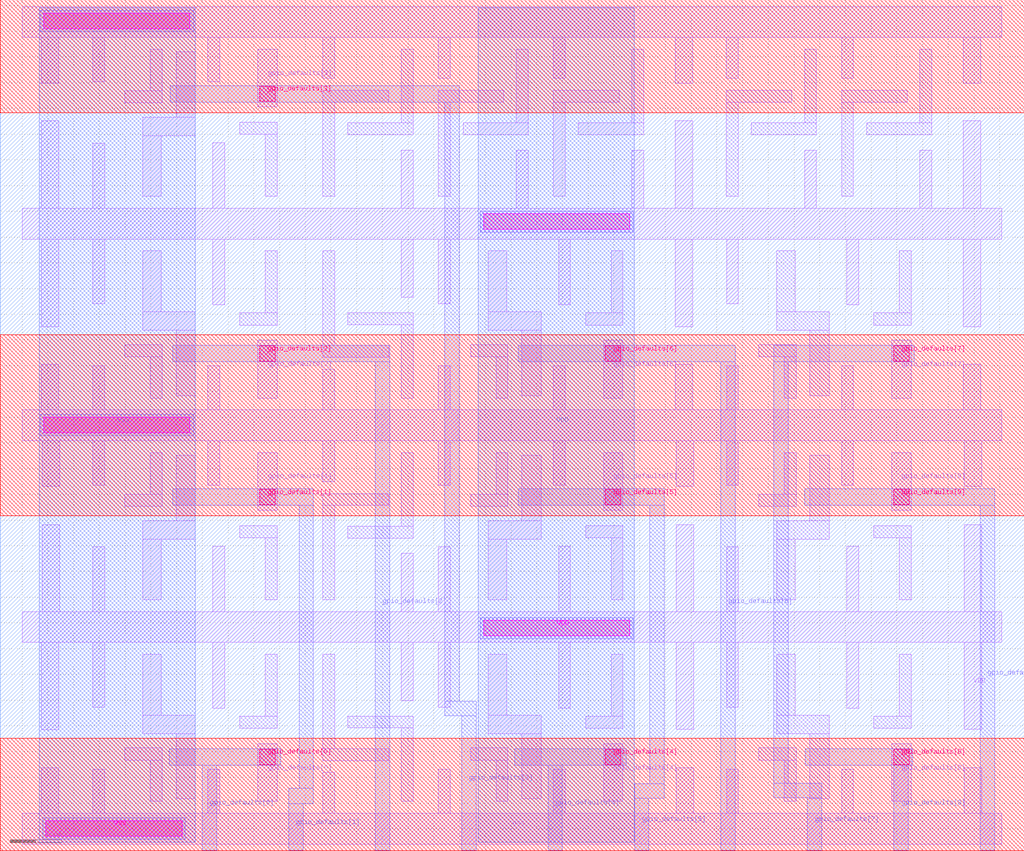
<source format=lef>
VERSION 5.7 ;
  NOWIREEXTENSIONATPIN ON ;
  DIVIDERCHAR "/" ;
  BUSBITCHARS "[]" ;
MACRO gpio_defaults_block
  CLASS BLOCK ;
  FOREIGN gpio_defaults_block ;
  ORIGIN 0.430 0.430 ;
  SIZE 19.900 BY 16.540 ;
  PIN gpio_defaults[0]
    PORT
      LAYER Metal1 ;
        RECT 4.580 0.530 4.955 1.650 ;
      LAYER Via1 ;
        RECT 4.615 1.245 4.915 1.545 ;
      LAYER Metal2 ;
        RECT 2.860 1.235 5.020 1.555 ;
        RECT 3.500 -0.420 3.780 1.235 ;
    END
  END gpio_defaults[0]
  PIN gpio_defaults[4]
    PORT
      LAYER Metal1 ;
        RECT 11.300 0.530 11.675 1.650 ;
      LAYER Via1 ;
        RECT 11.335 1.245 11.635 1.545 ;
      LAYER Metal2 ;
        RECT 9.575 1.235 11.740 1.555 ;
        RECT 10.220 -0.420 10.500 1.235 ;
    END
  END gpio_defaults[4]
  PIN gpio_defaults[8]
    PORT
      LAYER Metal1 ;
        RECT 16.900 0.530 17.275 1.650 ;
      LAYER Via1 ;
        RECT 16.935 1.245 17.235 1.545 ;
      LAYER Metal2 ;
        RECT 15.215 1.235 17.310 1.555 ;
        RECT 16.940 -0.420 17.220 1.235 ;
    END
  END gpio_defaults[8]
  PIN gpio_defaults[7]
    PORT
      LAYER Metal1 ;
        RECT 16.900 8.370 17.275 9.490 ;
      LAYER Via1 ;
        RECT 16.935 9.085 17.235 9.385 ;
      LAYER Metal2 ;
        RECT 14.605 9.075 17.340 9.395 ;
        RECT 14.605 0.885 14.885 9.075 ;
        RECT 14.605 0.605 15.540 0.885 ;
        RECT 15.260 -0.420 15.540 0.605 ;
    END
  END gpio_defaults[7]
  PIN gpio_defaults[1]
    PORT
      LAYER Metal1 ;
        RECT 4.580 6.190 4.955 7.310 ;
      LAYER Via1 ;
        RECT 4.615 6.295 4.915 6.595 ;
      LAYER Metal2 ;
        RECT 2.925 6.285 5.660 6.605 ;
        RECT 5.380 0.785 5.660 6.285 ;
        RECT 5.180 0.485 5.660 0.785 ;
        RECT 5.180 -0.420 5.460 0.485 ;
    END
  END gpio_defaults[1]
  PIN gpio_defaults[5]
    PORT
      LAYER Metal1 ;
        RECT 11.300 6.190 11.675 7.310 ;
      LAYER Via1 ;
        RECT 11.335 6.295 11.635 6.595 ;
      LAYER Metal2 ;
        RECT 9.645 6.285 12.480 6.605 ;
        RECT 12.200 0.870 12.480 6.285 ;
        RECT 11.900 0.590 12.480 0.870 ;
        RECT 11.900 -0.420 12.180 0.590 ;
    END
  END gpio_defaults[5]
  PIN gpio_defaults[9]
    PORT
      LAYER Metal1 ;
        RECT 16.900 6.190 17.275 7.310 ;
      LAYER Via1 ;
        RECT 16.935 6.295 17.235 6.595 ;
      LAYER Metal2 ;
        RECT 15.205 6.285 18.900 6.605 ;
        RECT 18.620 -0.420 18.900 6.285 ;
    END
  END gpio_defaults[9]
  PIN gpio_defaults[3]
    PORT
      LAYER Metal1 ;
        RECT 4.580 14.030 4.955 15.150 ;
      LAYER Via1 ;
        RECT 4.615 14.135 4.915 14.435 ;
      LAYER Metal2 ;
        RECT 2.880 14.125 8.495 14.445 ;
        RECT 8.215 2.480 8.495 14.125 ;
        RECT 8.215 2.200 8.820 2.480 ;
        RECT 8.540 -0.420 8.820 2.200 ;
    END
  END gpio_defaults[3]
  PIN gpio_defaults[2]
    PORT
      LAYER Metal1 ;
        RECT 4.580 8.370 4.955 9.490 ;
      LAYER Via1 ;
        RECT 4.615 9.085 4.915 9.385 ;
      LAYER Metal2 ;
        RECT 2.925 9.075 7.140 9.395 ;
        RECT 6.860 -0.420 7.140 9.075 ;
    END
  END gpio_defaults[2]
  PIN gpio_defaults[6]
    PORT
      LAYER Metal1 ;
        RECT 11.300 8.370 11.675 9.490 ;
      LAYER Via1 ;
        RECT 11.335 9.085 11.635 9.385 ;
      LAYER Metal2 ;
        RECT 9.645 9.075 13.860 9.395 ;
        RECT 13.580 -0.420 13.860 9.075 ;
    END
  END gpio_defaults[6]
  PIN VDD
    USE POWER ;
    PORT
      LAYER Metal1 ;
        RECT 0.370 12.060 0.710 13.760 ;
        RECT 1.370 12.060 1.600 13.320 ;
        RECT 3.705 12.060 3.935 13.335 ;
        RECT 7.365 12.060 7.595 13.190 ;
        RECT 9.605 12.060 9.835 13.190 ;
        RECT 11.845 12.060 12.075 13.190 ;
        RECT 12.690 12.060 13.030 13.760 ;
        RECT 15.205 12.060 15.435 13.190 ;
        RECT 17.445 12.060 17.675 13.190 ;
        RECT 18.290 12.060 18.630 13.760 ;
        RECT 0.000 11.460 19.040 12.060 ;
        RECT 0.370 9.760 0.710 11.460 ;
        RECT 1.370 10.200 1.600 11.460 ;
        RECT 3.705 10.185 3.935 11.460 ;
        RECT 7.365 10.330 7.595 11.460 ;
        RECT 8.090 10.200 8.320 11.460 ;
        RECT 10.425 10.185 10.655 11.460 ;
        RECT 12.690 9.760 13.030 11.460 ;
        RECT 13.690 10.200 13.920 11.460 ;
        RECT 16.025 10.185 16.255 11.460 ;
        RECT 18.290 9.760 18.630 11.460 ;
        RECT 0.390 4.220 0.730 5.910 ;
        RECT 1.370 4.220 1.600 5.480 ;
        RECT 3.705 4.220 3.935 5.495 ;
        RECT 7.365 4.220 7.595 5.350 ;
        RECT 8.090 4.220 8.320 5.480 ;
        RECT 10.425 4.220 10.655 5.495 ;
        RECT 12.710 4.220 13.050 5.910 ;
        RECT 13.690 4.220 13.920 5.480 ;
        RECT 16.025 4.220 16.255 5.495 ;
        RECT 18.310 4.220 18.650 5.910 ;
        RECT 0.000 3.620 19.040 4.220 ;
        RECT 0.370 1.920 0.710 3.620 ;
        RECT 1.370 2.360 1.600 3.620 ;
        RECT 3.705 2.345 3.935 3.620 ;
        RECT 7.365 2.490 7.595 3.620 ;
        RECT 8.090 2.360 8.320 3.620 ;
        RECT 10.425 2.345 10.655 3.620 ;
        RECT 12.710 1.930 13.050 3.620 ;
        RECT 13.690 2.360 13.920 3.620 ;
        RECT 16.025 2.345 16.255 3.620 ;
        RECT 18.310 1.930 18.650 3.620 ;
      LAYER Via1 ;
        RECT 8.965 11.650 11.810 11.950 ;
        RECT 8.965 3.750 11.810 4.050 ;
      LAYER Metal2 ;
        RECT 8.900 11.590 11.880 12.005 ;
        RECT 8.900 3.690 11.880 4.105 ;
      LAYER Via2 ;
        RECT 8.965 11.650 11.810 11.950 ;
        RECT 8.965 3.750 11.810 4.050 ;
      LAYER Metal3 ;
        RECT 8.865 -0.265 11.895 15.960 ;
    END
  END VDD
  PIN VSS
    USE GROUND ;
    PORT
      LAYER Metal1 ;
        RECT 0.000 15.380 19.040 15.980 ;
        RECT 0.370 14.490 0.710 15.380 ;
        RECT 1.370 14.520 1.600 15.380 ;
        RECT 3.605 14.520 3.835 15.380 ;
        RECT 5.845 14.585 6.075 15.380 ;
        RECT 8.085 14.585 8.315 15.380 ;
        RECT 10.325 14.585 10.555 15.380 ;
        RECT 12.690 14.490 13.030 15.380 ;
        RECT 13.685 14.585 13.915 15.380 ;
        RECT 15.925 14.585 16.155 15.380 ;
        RECT 18.290 14.490 18.630 15.380 ;
        RECT 0.370 8.140 0.710 9.030 ;
        RECT 1.370 8.140 1.600 9.000 ;
        RECT 3.605 8.140 3.835 9.000 ;
        RECT 5.845 8.140 6.075 8.935 ;
        RECT 8.090 8.140 8.320 9.000 ;
        RECT 10.325 8.140 10.555 9.000 ;
        RECT 12.690 8.140 13.030 9.030 ;
        RECT 13.690 8.140 13.920 9.000 ;
        RECT 15.925 8.140 16.155 9.000 ;
        RECT 18.290 8.140 18.630 9.030 ;
        RECT 0.000 7.540 19.040 8.140 ;
        RECT 0.390 6.655 0.730 7.540 ;
        RECT 1.370 6.680 1.600 7.540 ;
        RECT 3.605 6.680 3.835 7.540 ;
        RECT 5.845 6.745 6.075 7.540 ;
        RECT 8.090 6.680 8.320 7.540 ;
        RECT 10.325 6.680 10.555 7.540 ;
        RECT 12.710 6.655 13.050 7.540 ;
        RECT 13.690 6.680 13.920 7.540 ;
        RECT 15.925 6.680 16.155 7.540 ;
        RECT 18.310 6.655 18.650 7.540 ;
        RECT 0.370 0.300 0.710 1.190 ;
        RECT 1.370 0.300 1.600 1.160 ;
        RECT 3.605 0.300 3.835 1.160 ;
        RECT 5.845 0.300 6.075 1.095 ;
        RECT 8.090 0.300 8.320 1.160 ;
        RECT 10.325 0.300 10.555 1.160 ;
        RECT 12.710 0.300 13.050 1.185 ;
        RECT 13.690 0.300 13.920 1.160 ;
        RECT 15.925 0.300 16.155 1.160 ;
        RECT 18.310 0.300 18.650 1.185 ;
        RECT 0.000 -0.300 19.040 0.300 ;
      LAYER Via1 ;
        RECT 0.415 15.550 3.260 15.850 ;
        RECT 0.415 7.700 3.260 8.000 ;
        RECT 0.460 -0.145 3.105 0.155 ;
      LAYER Metal2 ;
        RECT 0.350 15.490 3.330 15.905 ;
        RECT 0.350 7.640 3.330 8.055 ;
        RECT 0.400 -0.200 3.165 0.215 ;
      LAYER Via2 ;
        RECT 0.415 15.550 3.260 15.850 ;
        RECT 0.415 7.700 3.260 8.000 ;
        RECT 0.460 -0.145 3.105 0.155 ;
      LAYER Metal3 ;
        RECT 0.330 -0.265 3.360 15.960 ;
    END
  END VSS
  OBS
      LAYER Pwell ;
        RECT -0.430 13.920 19.470 16.110 ;
      LAYER Nwell ;
        RECT -0.430 9.600 19.470 13.920 ;
      LAYER Pwell ;
        RECT -0.430 6.080 19.470 9.600 ;
      LAYER Nwell ;
        RECT -0.430 1.760 19.470 6.080 ;
      LAYER Pwell ;
        RECT -0.430 -0.430 19.470 1.760 ;
      LAYER Metal1 ;
        RECT 2.490 14.345 2.720 15.150 ;
        RECT 1.995 14.110 2.720 14.345 ;
      LAYER Metal1 ;
        RECT 2.990 13.830 3.365 15.100 ;
        RECT 2.340 13.470 3.365 13.830 ;
      LAYER Metal1 ;
        RECT 5.845 14.125 7.120 14.355 ;
        RECT 4.230 13.495 4.955 13.730 ;
      LAYER Metal1 ;
        RECT 2.340 12.290 2.700 13.470 ;
      LAYER Metal1 ;
        RECT 4.725 12.290 4.955 13.495 ;
        RECT 5.845 12.290 6.075 14.125 ;
        RECT 7.365 13.720 7.595 15.150 ;
        RECT 6.330 13.490 7.595 13.720 ;
        RECT 8.085 14.125 9.360 14.355 ;
        RECT 8.085 12.290 8.315 14.125 ;
        RECT 9.605 13.720 9.835 15.150 ;
        RECT 8.570 13.490 9.835 13.720 ;
        RECT 10.325 14.125 11.600 14.355 ;
        RECT 10.325 12.290 10.555 14.125 ;
        RECT 11.845 13.720 12.075 15.150 ;
        RECT 10.810 13.490 12.075 13.720 ;
        RECT 13.685 14.125 14.960 14.355 ;
        RECT 13.685 12.290 13.915 14.125 ;
        RECT 15.205 13.720 15.435 15.150 ;
        RECT 14.170 13.490 15.435 13.720 ;
        RECT 15.925 14.125 17.200 14.355 ;
        RECT 15.925 12.290 16.155 14.125 ;
        RECT 17.445 13.720 17.675 15.150 ;
        RECT 16.410 13.490 17.675 13.720 ;
      LAYER Metal1 ;
        RECT 2.340 10.050 2.700 11.230 ;
        RECT 2.340 9.690 3.365 10.050 ;
      LAYER Metal1 ;
        RECT 4.725 10.025 4.955 11.230 ;
        RECT 4.230 9.790 4.955 10.025 ;
        RECT 1.995 9.175 2.720 9.410 ;
        RECT 2.490 8.370 2.720 9.175 ;
      LAYER Metal1 ;
        RECT 2.990 8.420 3.365 9.690 ;
      LAYER Metal1 ;
        RECT 5.845 9.395 6.075 11.230 ;
      LAYER Metal1 ;
        RECT 9.060 10.050 9.420 11.230 ;
      LAYER Metal1 ;
        RECT 6.330 9.800 7.595 10.030 ;
        RECT 5.845 9.165 7.120 9.395 ;
        RECT 7.365 8.370 7.595 9.800 ;
      LAYER Metal1 ;
        RECT 9.060 9.690 10.085 10.050 ;
      LAYER Metal1 ;
        RECT 11.445 10.025 11.675 11.230 ;
        RECT 10.950 9.790 11.675 10.025 ;
      LAYER Metal1 ;
        RECT 14.660 10.050 15.020 11.230 ;
        RECT 14.660 9.690 15.685 10.050 ;
      LAYER Metal1 ;
        RECT 17.045 10.025 17.275 11.230 ;
        RECT 16.550 9.790 17.275 10.025 ;
        RECT 8.715 9.175 9.440 9.410 ;
        RECT 9.210 8.370 9.440 9.175 ;
      LAYER Metal1 ;
        RECT 9.710 8.420 10.085 9.690 ;
      LAYER Metal1 ;
        RECT 14.315 9.175 15.040 9.410 ;
        RECT 14.810 8.370 15.040 9.175 ;
      LAYER Metal1 ;
        RECT 15.310 8.420 15.685 9.690 ;
      LAYER Metal1 ;
        RECT 2.490 6.505 2.720 7.310 ;
        RECT 1.995 6.270 2.720 6.505 ;
      LAYER Metal1 ;
        RECT 2.990 5.990 3.365 7.260 ;
        RECT 2.340 5.630 3.365 5.990 ;
      LAYER Metal1 ;
        RECT 5.845 6.285 7.120 6.515 ;
        RECT 4.230 5.655 4.955 5.890 ;
      LAYER Metal1 ;
        RECT 2.340 4.450 2.700 5.630 ;
      LAYER Metal1 ;
        RECT 4.725 4.450 4.955 5.655 ;
        RECT 5.845 4.450 6.075 6.285 ;
        RECT 7.365 5.880 7.595 7.310 ;
        RECT 9.210 6.505 9.440 7.310 ;
        RECT 8.715 6.270 9.440 6.505 ;
      LAYER Metal1 ;
        RECT 9.710 5.990 10.085 7.260 ;
      LAYER Metal1 ;
        RECT 14.810 6.505 15.040 7.310 ;
        RECT 14.315 6.270 15.040 6.505 ;
      LAYER Metal1 ;
        RECT 15.310 5.990 15.685 7.260 ;
      LAYER Metal1 ;
        RECT 6.330 5.650 7.595 5.880 ;
      LAYER Metal1 ;
        RECT 9.060 5.630 10.085 5.990 ;
      LAYER Metal1 ;
        RECT 10.950 5.655 11.675 5.890 ;
      LAYER Metal1 ;
        RECT 9.060 4.450 9.420 5.630 ;
      LAYER Metal1 ;
        RECT 11.445 4.450 11.675 5.655 ;
      LAYER Metal1 ;
        RECT 14.660 5.630 15.685 5.990 ;
      LAYER Metal1 ;
        RECT 16.550 5.655 17.275 5.890 ;
      LAYER Metal1 ;
        RECT 14.660 4.450 15.020 5.630 ;
      LAYER Metal1 ;
        RECT 17.045 4.450 17.275 5.655 ;
      LAYER Metal1 ;
        RECT 2.340 2.210 2.700 3.390 ;
        RECT 2.340 1.850 3.365 2.210 ;
      LAYER Metal1 ;
        RECT 4.725 2.185 4.955 3.390 ;
        RECT 4.230 1.950 4.955 2.185 ;
        RECT 1.995 1.335 2.720 1.570 ;
        RECT 2.490 0.530 2.720 1.335 ;
      LAYER Metal1 ;
        RECT 2.990 0.580 3.365 1.850 ;
      LAYER Metal1 ;
        RECT 5.845 1.555 6.075 3.390 ;
      LAYER Metal1 ;
        RECT 9.060 2.210 9.420 3.390 ;
      LAYER Metal1 ;
        RECT 6.330 1.960 7.595 2.190 ;
        RECT 5.845 1.325 7.120 1.555 ;
        RECT 7.365 0.530 7.595 1.960 ;
      LAYER Metal1 ;
        RECT 9.060 1.850 10.085 2.210 ;
      LAYER Metal1 ;
        RECT 11.445 2.185 11.675 3.390 ;
        RECT 10.950 1.950 11.675 2.185 ;
      LAYER Metal1 ;
        RECT 14.660 2.210 15.020 3.390 ;
        RECT 14.660 1.850 15.685 2.210 ;
      LAYER Metal1 ;
        RECT 17.045 2.185 17.275 3.390 ;
        RECT 16.550 1.950 17.275 2.185 ;
        RECT 8.715 1.335 9.440 1.570 ;
        RECT 9.210 0.530 9.440 1.335 ;
      LAYER Metal1 ;
        RECT 9.710 0.580 10.085 1.850 ;
      LAYER Metal1 ;
        RECT 14.315 1.335 15.040 1.570 ;
        RECT 14.810 0.530 15.040 1.335 ;
      LAYER Metal1 ;
        RECT 15.310 0.580 15.685 1.850 ;
  END
END gpio_defaults_block
END LIBRARY


</source>
